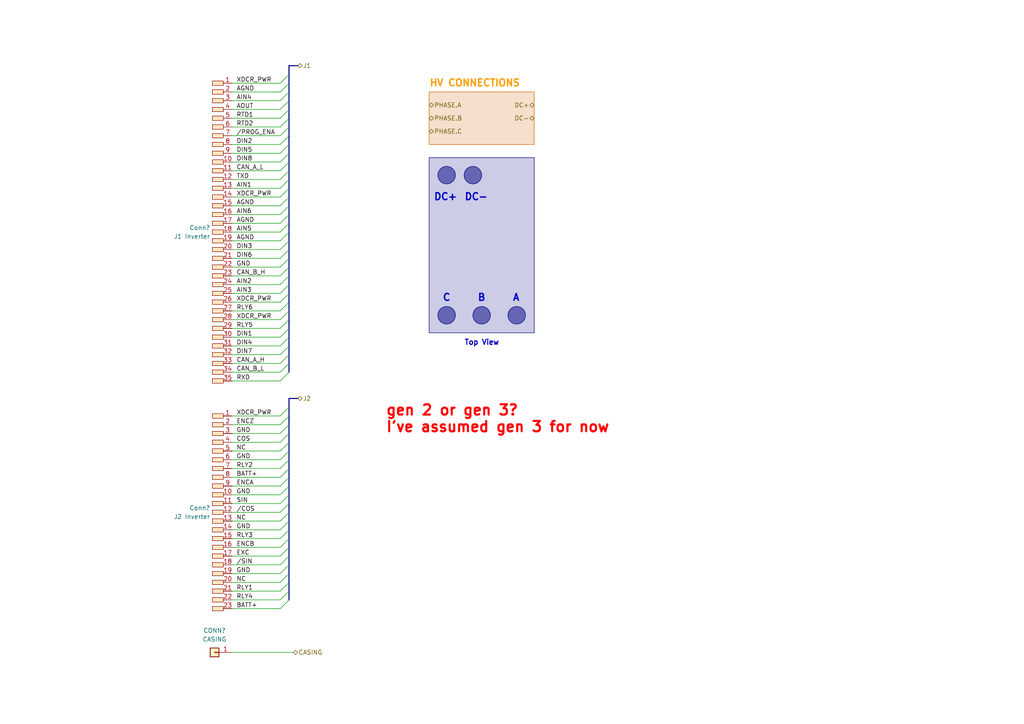
<source format=kicad_sch>
(kicad_sch (version 20230121) (generator eeschema)
  (paper "A4")
  (title_block (title "DEVICE - INVERTER"))
  (lib_symbols
    (symbol "Connector_Generic:Conn_01x01" (pin_names (offset 1.016) hide)
      (property "Reference" "J" (at 0 2.54 0))
      (property "Value" "Conn_01x01" (at 0 -2.54 0))
      (symbol "Conn_01x01_1_1"
        (rectangle (start -1.27 0.127) (end 0 -0.127) (stroke (width 0.1524)))
        (rectangle (start -1.27 1.27) (end 1.27 -1.27) (stroke (width 0.254)) (fill (type background)))
        (pin passive line (at -5.08 0 0) (length 3.81) (name "Pin_1") (number "1"))
      )
    )
    (symbol "Connectors_SUFST:J1 Inverter"
      (property "Reference" "Conn" (at 0 -1.905 0))
      (property "Value" "J1 Inverter" (at 0 0 0))
      (symbol "J1 Inverter_0_1"
        (polyline (pts (xy -0.635 -90.805) (xy 1.905 -90.805)))
        (polyline (pts (xy -0.635 -85.725) (xy 1.905 -85.725)))
        (polyline (pts (xy -0.635 -80.645) (xy 1.905 -80.645)))
        (polyline (pts (xy -0.635 -75.565) (xy 1.905 -75.565)))
        (polyline (pts (xy -0.635 -70.485) (xy 1.905 -70.485)))
        (polyline (pts (xy -0.635 -65.405) (xy 1.905 -65.405)))
        (polyline (pts (xy -0.635 -60.325) (xy 1.905 -60.325)))
        (polyline (pts (xy -0.635 -55.245) (xy 1.905 -55.245)))
        (polyline (pts (xy -0.635 -50.165) (xy 1.905 -50.165)))
        (polyline (pts (xy -0.635 -45.085) (xy 1.905 -45.085)))
        (polyline (pts (xy -0.635 -40.005) (xy 1.905 -40.005)))
        (polyline (pts (xy -0.635 -34.925) (xy 1.905 -34.925)))
        (polyline (pts (xy -0.635 -29.845) (xy 1.905 -29.845)))
        (polyline (pts (xy -0.635 -24.765) (xy 1.905 -24.765)))
        (polyline (pts (xy -0.635 -19.685) (xy 1.905 -19.685)))
        (polyline (pts (xy -0.635 -14.605) (xy 1.905 -14.605)))
        (polyline (pts (xy -0.635 -9.525) (xy 1.905 -9.525)))
        (polyline (pts (xy -0.635 -4.445) (xy 1.905 -4.445)))
      )
      (symbol "J1 Inverter_1_1"
        (rectangle (start -3.81 -90.17) (end -0.635 -91.44) (fill (type color) (color 255 229 191 1)))
        (rectangle (start -3.81 -87.63) (end -0.635 -88.9) (fill (type color) (color 255 229 191 1)))
        (rectangle (start -3.81 -85.09) (end -0.635 -86.36) (fill (type color) (color 255 229 191 1)))
        (rectangle (start -3.81 -82.55) (end -0.635 -83.82) (fill (type color) (color 255 229 191 1)))
        (rectangle (start -3.81 -80.01) (end -0.635 -81.28) (fill (type color) (color 255 229 191 1)))
        (rectangle (start -3.81 -77.47) (end -0.635 -78.74) (fill (type color) (color 255 229 191 1)))
        (rectangle (start -3.81 -74.93) (end -0.635 -76.2) (fill (type color) (color 255 229 191 1)))
        (rectangle (start -3.81 -72.39) (end -0.635 -73.66) (fill (type color) (color 255 229 191 1)))
        (rectangle (start -3.81 -69.85) (end -0.635 -71.12) (fill (type color) (color 255 229 191 1)))
        (rectangle (start -3.81 -67.31) (end -0.635 -68.58) (fill (type color) (color 255 229 191 1)))
        (rectangle (start -3.81 -64.77) (end -0.635 -66.04) (fill (type color) (color 255 229 191 1)))
        (rectangle (start -3.81 -62.23) (end -0.635 -63.5) (fill (type color) (color 255 229 191 1)))
        (rectangle (start -3.81 -59.69) (end -0.635 -60.96) (fill (type color) (color 255 229 191 1)))
        (rectangle (start -3.81 -57.15) (end -0.635 -58.42) (fill (type color) (color 255 229 191 1)))
        (rectangle (start -3.81 -54.61) (end -0.635 -55.88) (fill (type color) (color 255 229 191 1)))
        (rectangle (start -3.81 -52.07) (end -0.635 -53.34) (fill (type color) (color 255 229 191 1)))
        (rectangle (start -3.81 -49.53) (end -0.635 -50.8) (fill (type color) (color 255 229 191 1)))
        (rectangle (start -3.81 -46.99) (end -0.635 -48.26) (fill (type color) (color 255 229 191 1)))
        (rectangle (start -3.81 -44.45) (end -0.635 -45.72) (fill (type color) (color 255 229 191 1)))
        (rectangle (start -3.81 -41.91) (end -0.635 -43.18) (fill (type color) (color 255 229 191 1)))
        (rectangle (start -3.81 -39.37) (end -0.635 -40.64) (fill (type color) (color 255 229 191 1)))
        (rectangle (start -3.81 -36.83) (end -0.635 -38.1) (fill (type color) (color 255 229 191 1)))
        (rectangle (start -3.81 -34.29) (end -0.635 -35.56) (fill (type color) (color 255 229 191 1)))
        (rectangle (start -3.81 -31.75) (end -0.635 -33.02) (fill (type color) (color 255 229 191 1)))
        (rectangle (start -3.81 -29.21) (end -0.635 -30.48) (fill (type color) (color 255 229 191 1)))
        (rectangle (start -3.81 -26.67) (end -0.635 -27.94) (fill (type color) (color 255 229 191 1)))
        (rectangle (start -3.81 -24.13) (end -0.635 -25.4) (fill (type color) (color 255 229 191 1)))
        (rectangle (start -3.81 -21.59) (end -0.635 -22.86) (fill (type color) (color 255 229 191 1)))
        (rectangle (start -3.81 -19.05) (end -0.635 -20.32) (fill (type color) (color 255 229 191 1)))
        (rectangle (start -3.81 -16.51) (end -0.635 -17.78) (fill (type color) (color 255 229 191 1)))
        (rectangle (start -3.81 -13.97) (end -0.635 -15.24) (fill (type color) (color 255 229 191 1)))
        (rectangle (start -3.81 -11.43) (end -0.635 -12.7) (fill (type color) (color 255 229 191 1)))
        (rectangle (start -3.81 -8.89) (end -0.635 -10.16) (fill (type color) (color 255 229 191 1)))
        (rectangle (start -3.81 -6.35) (end -0.635 -7.62) (fill (type color) (color 255 229 191 1)))
        (rectangle (start -3.81 -3.81) (end -0.635 -5.08) (fill (type color) (color 255 229 191 1)))
        (pin input line (at 1.905 -4.445 180) (length 2.54) (name "") (number "1"))
        (pin input line (at 1.905 -27.305 180) (length 2.54) (name "") (number "10"))
        (pin input line (at 1.905 -29.845 180) (length 2.54) (name "") (number "11"))
        (pin input line (at 1.905 -32.385 180) (length 2.54) (name "") (number "12"))
        (pin input line (at 1.905 -34.925 180) (length 2.54) (name "") (number "13"))
        (pin input line (at 1.905 -37.465 180) (length 2.54) (name "") (number "14"))
        (pin input line (at 1.905 -40.005 180) (length 2.54) (name "") (number "15"))
        (pin input line (at 1.905 -42.545 180) (length 2.54) (name "") (number "16"))
        (pin input line (at 1.905 -45.085 180) (length 2.54) (name "") (number "17"))
        (pin input line (at 1.905 -47.625 180) (length 2.54) (name "") (number "18"))
        (pin input line (at 1.905 -50.165 180) (length 2.54) (name "") (number "19"))
        (pin input line (at 1.905 -6.985 180) (length 2.54) (name "") (number "2"))
        (pin input line (at 1.905 -52.705 180) (length 2.54) (name "") (number "20"))
        (pin input line (at 1.905 -55.245 180) (length 2.54) (name "") (number "21"))
        (pin input line (at 1.905 -57.785 180) (length 2.54) (name "") (number "22"))
        (pin input line (at 1.905 -60.325 180) (length 2.54) (name "") (number "23"))
        (pin input line (at 1.905 -62.865 180) (length 2.54) (name "") (number "24"))
        (pin input line (at 1.905 -65.405 180) (length 2.54) (name "") (number "25"))
        (pin input line (at 1.905 -67.945 180) (length 2.54) (name "") (number "26"))
        (pin input line (at 1.905 -70.485 180) (length 2.54) (name "") (number "27"))
        (pin input line (at 1.905 -73.025 180) (length 2.54) (name "") (number "28"))
        (pin input line (at 1.905 -75.565 180) (length 2.54) (name "") (number "29"))
        (pin input line (at 1.905 -9.525 180) (length 2.54) (name "") (number "3"))
        (pin input line (at 1.905 -78.105 180) (length 2.54) (name "") (number "30"))
        (pin input line (at 1.905 -80.645 180) (length 2.54) (name "") (number "31"))
        (pin input line (at 1.905 -83.185 180) (length 2.54) (name "") (number "32"))
        (pin input line (at 1.905 -85.725 180) (length 2.54) (name "") (number "33"))
        (pin input line (at 1.905 -88.265 180) (length 2.54) (name "") (number "34"))
        (pin input line (at 1.905 -90.805 180) (length 2.54) (name "") (number "35"))
        (pin input line (at 1.905 -12.065 180) (length 2.54) (name "") (number "4"))
        (pin input line (at 1.905 -14.605 180) (length 2.54) (name "") (number "5"))
        (pin input line (at 1.905 -17.145 180) (length 2.54) (name "") (number "6"))
        (pin input line (at 1.905 -19.685 180) (length 2.54) (name "") (number "7"))
        (pin input line (at 1.905 -22.225 180) (length 2.54) (name "") (number "8"))
        (pin input line (at 1.905 -24.765 180) (length 2.54) (name "") (number "9"))
      )
    )
    (symbol "Connectors_SUFST:J2 Inverter"
      (property "Reference" "Conn" (at 0 -1.905 0))
      (property "Value" "J2 Inverter" (at 0 0 0))
      (symbol "J2 Inverter_0_1"
        (polyline (pts (xy -0.635 -60.325) (xy 1.905 -60.325)))
        (polyline (pts (xy -0.635 -55.245) (xy 1.905 -55.245)))
        (polyline (pts (xy -0.635 -50.165) (xy 1.905 -50.165)))
        (polyline (pts (xy -0.635 -45.085) (xy 1.905 -45.085)))
        (polyline (pts (xy -0.635 -40.005) (xy 1.905 -40.005)))
        (polyline (pts (xy -0.635 -34.925) (xy 1.905 -34.925)))
        (polyline (pts (xy -0.635 -29.845) (xy 1.905 -29.845)))
        (polyline (pts (xy -0.635 -24.765) (xy 1.905 -24.765)))
        (polyline (pts (xy -0.635 -19.685) (xy 1.905 -19.685)))
        (polyline (pts (xy -0.635 -14.605) (xy 1.905 -14.605)))
        (polyline (pts (xy -0.635 -9.525) (xy 1.905 -9.525)))
        (polyline (pts (xy -0.635 -4.445) (xy 1.905 -4.445)))
      )
      (symbol "J2 Inverter_1_1"
        (rectangle (start -3.81 -59.69) (end -0.635 -60.96) (fill (type color) (color 255 229 191 1)))
        (rectangle (start -3.81 -57.15) (end -0.635 -58.42) (fill (type color) (color 255 229 191 1)))
        (rectangle (start -3.81 -54.61) (end -0.635 -55.88) (fill (type color) (color 255 229 191 1)))
        (rectangle (start -3.81 -52.07) (end -0.635 -53.34) (fill (type color) (color 255 229 191 1)))
        (rectangle (start -3.81 -49.53) (end -0.635 -50.8) (fill (type color) (color 255 229 191 1)))
        (rectangle (start -3.81 -46.99) (end -0.635 -48.26) (fill (type color) (color 255 229 191 1)))
        (rectangle (start -3.81 -44.45) (end -0.635 -45.72) (fill (type color) (color 255 229 191 1)))
        (rectangle (start -3.81 -41.91) (end -0.635 -43.18) (fill (type color) (color 255 229 191 1)))
        (rectangle (start -3.81 -39.37) (end -0.635 -40.64) (fill (type color) (color 255 229 191 1)))
        (rectangle (start -3.81 -36.83) (end -0.635 -38.1) (fill (type color) (color 255 229 191 1)))
        (rectangle (start -3.81 -34.29) (end -0.635 -35.56) (fill (type color) (color 255 229 191 1)))
        (rectangle (start -3.81 -31.75) (end -0.635 -33.02) (fill (type color) (color 255 229 191 1)))
        (rectangle (start -3.81 -29.21) (end -0.635 -30.48) (fill (type color) (color 255 229 191 1)))
        (rectangle (start -3.81 -26.67) (end -0.635 -27.94) (fill (type color) (color 255 229 191 1)))
        (rectangle (start -3.81 -24.13) (end -0.635 -25.4) (fill (type color) (color 255 229 191 1)))
        (rectangle (start -3.81 -21.59) (end -0.635 -22.86) (fill (type color) (color 255 229 191 1)))
        (rectangle (start -3.81 -19.05) (end -0.635 -20.32) (fill (type color) (color 255 229 191 1)))
        (rectangle (start -3.81 -16.51) (end -0.635 -17.78) (fill (type color) (color 255 229 191 1)))
        (rectangle (start -3.81 -13.97) (end -0.635 -15.24) (fill (type color) (color 255 229 191 1)))
        (rectangle (start -3.81 -11.43) (end -0.635 -12.7) (fill (type color) (color 255 229 191 1)))
        (rectangle (start -3.81 -8.89) (end -0.635 -10.16) (fill (type color) (color 255 229 191 1)))
        (rectangle (start -3.81 -6.35) (end -0.635 -7.62) (fill (type color) (color 255 229 191 1)))
        (rectangle (start -3.81 -3.81) (end -0.635 -5.08) (fill (type color) (color 255 229 191 1)))
        (pin input line (at 1.905 -4.445 180) (length 2.54) (name "") (number "1"))
        (pin input line (at 1.905 -27.305 180) (length 2.54) (name "") (number "10"))
        (pin input line (at 1.905 -29.845 180) (length 2.54) (name "") (number "11"))
        (pin input line (at 1.905 -32.385 180) (length 2.54) (name "") (number "12"))
        (pin input line (at 1.905 -34.925 180) (length 2.54) (name "") (number "13"))
        (pin input line (at 1.905 -37.465 180) (length 2.54) (name "") (number "14"))
        (pin input line (at 1.905 -40.005 180) (length 2.54) (name "") (number "15"))
        (pin input line (at 1.905 -42.545 180) (length 2.54) (name "") (number "16"))
        (pin input line (at 1.905 -45.085 180) (length 2.54) (name "") (number "17"))
        (pin input line (at 1.905 -47.625 180) (length 2.54) (name "") (number "18"))
        (pin input line (at 1.905 -50.165 180) (length 2.54) (name "") (number "19"))
        (pin input line (at 1.905 -6.985 180) (length 2.54) (name "") (number "2"))
        (pin input line (at 1.905 -52.705 180) (length 2.54) (name "") (number "20"))
        (pin input line (at 1.905 -55.245 180) (length 2.54) (name "") (number "21"))
        (pin input line (at 1.905 -57.785 180) (length 2.54) (name "") (number "22"))
        (pin input line (at 1.905 -60.325 180) (length 2.54) (name "") (number "23"))
        (pin input line (at 1.905 -9.525 180) (length 2.54) (name "") (number "3"))
        (pin input line (at 1.905 -12.065 180) (length 2.54) (name "") (number "4"))
        (pin input line (at 1.905 -14.605 180) (length 2.54) (name "") (number "5"))
        (pin input line (at 1.905 -17.145 180) (length 2.54) (name "") (number "6"))
        (pin input line (at 1.905 -19.685 180) (length 2.54) (name "") (number "7"))
        (pin input line (at 1.905 -22.225 180) (length 2.54) (name "") (number "8"))
        (pin input line (at 1.905 -24.765 180) (length 2.54) (name "") (number "9"))
      )
    )
  )
  (bus_entry (at 81.28 156.21) (size 2.54 -2.54))
  (bus_entry (at 81.28 105.41) (size 2.54 -2.54))
  (bus_entry (at 81.28 102.87) (size 2.54 -2.54))
  (bus_entry (at 81.28 158.75) (size 2.54 -2.54))
  (bus_entry (at 81.28 74.93) (size 2.54 -2.54))
  (bus_entry (at 81.28 39.37) (size 2.54 -2.54))
  (bus_entry (at 81.28 72.39) (size 2.54 -2.54))
  (bus_entry (at 81.28 130.81) (size 2.54 -2.54))
  (bus_entry (at 81.28 95.25) (size 2.54 -2.54))
  (bus_entry (at 81.28 52.07) (size 2.54 -2.54))
  (bus_entry (at 81.28 69.85) (size 2.54 -2.54))
  (bus_entry (at 81.28 123.19) (size 2.54 -2.54))
  (bus_entry (at 81.28 138.43) (size 2.54 -2.54))
  (bus_entry (at 81.28 166.37) (size 2.54 -2.54))
  (bus_entry (at 81.28 168.91) (size 2.54 -2.54))
  (bus_entry (at 81.28 92.71) (size 2.54 -2.54))
  (bus_entry (at 81.28 153.67) (size 2.54 -2.54))
  (bus_entry (at 81.28 64.77) (size 2.54 -2.54))
  (bus_entry (at 81.28 31.75) (size 2.54 -2.54))
  (bus_entry (at 81.28 173.99) (size 2.54 -2.54))
  (bus_entry (at 81.28 26.67) (size 2.54 -2.54))
  (bus_entry (at 81.28 67.31) (size 2.54 -2.54))
  (bus_entry (at 81.28 171.45) (size 2.54 -2.54))
  (bus_entry (at 81.28 143.51) (size 2.54 -2.54))
  (bus_entry (at 81.28 85.09) (size 2.54 -2.54))
  (bus_entry (at 81.28 34.29) (size 2.54 -2.54))
  (bus_entry (at 81.28 146.05) (size 2.54 -2.54))
  (bus_entry (at 81.28 90.17) (size 2.54 -2.54))
  (bus_entry (at 81.28 80.01) (size 2.54 -2.54))
  (bus_entry (at 81.28 62.23) (size 2.54 -2.54))
  (bus_entry (at 81.28 49.53) (size 2.54 -2.54))
  (bus_entry (at 81.28 135.89) (size 2.54 -2.54))
  (bus_entry (at 81.28 120.65) (size 2.54 -2.54))
  (bus_entry (at 81.28 87.63) (size 2.54 -2.54))
  (bus_entry (at 81.28 59.69) (size 2.54 -2.54))
  (bus_entry (at 81.28 29.21) (size 2.54 -2.54))
  (bus_entry (at 81.28 24.13) (size 2.54 -2.54))
  (bus_entry (at 81.28 77.47) (size 2.54 -2.54))
  (bus_entry (at 81.28 133.35) (size 2.54 -2.54))
  (bus_entry (at 81.28 176.53) (size 2.54 -2.54))
  (bus_entry (at 81.28 125.73) (size 2.54 -2.54))
  (bus_entry (at 81.28 82.55) (size 2.54 -2.54))
  (bus_entry (at 81.28 100.33) (size 2.54 -2.54))
  (bus_entry (at 81.28 44.45) (size 2.54 -2.54))
  (bus_entry (at 81.28 163.83) (size 2.54 -2.54))
  (bus_entry (at 81.28 54.61) (size 2.54 -2.54))
  (bus_entry (at 81.28 151.13) (size 2.54 -2.54))
  (bus_entry (at 81.28 161.29) (size 2.54 -2.54))
  (bus_entry (at 81.28 97.79) (size 2.54 -2.54))
  (bus_entry (at 81.28 36.83) (size 2.54 -2.54))
  (bus_entry (at 81.28 107.95) (size 2.54 -2.54))
  (bus_entry (at 81.28 41.91) (size 2.54 -2.54))
  (bus_entry (at 81.28 128.27) (size 2.54 -2.54))
  (bus_entry (at 81.28 57.15) (size 2.54 -2.54))
  (bus_entry (at 81.28 140.97) (size 2.54 -2.54))
  (bus_entry (at 81.28 148.59) (size 2.54 -2.54))
  (bus_entry (at 81.28 110.49) (size 2.54 -2.54))
  (bus_entry (at 81.28 46.99) (size 2.54 -2.54))
  (wire (pts (xy 67.31 171.45) (xy 81.28 171.45)))
  (bus (pts (xy 83.82 118.11) (xy 83.82 115.57)))
  (wire (pts (xy 67.31 54.61) (xy 81.28 54.61)))
  (wire (pts (xy 67.31 146.05) (xy 81.28 146.05)))
  (wire (pts (xy 67.31 140.97) (xy 81.28 140.97)))
  (wire (pts (xy 67.31 77.47) (xy 81.28 77.47)))
  (bus (pts (xy 83.82 49.53) (xy 83.82 46.99)))
  (wire (pts (xy 67.31 135.89) (xy 81.28 135.89)))
  (wire (pts (xy 67.31 39.37) (xy 81.28 39.37)))
  (bus (pts (xy 83.82 120.65) (xy 83.82 118.11)))
  (bus (pts (xy 83.82 69.85) (xy 83.82 67.31)))
  (bus (pts (xy 83.82 57.15) (xy 83.82 54.61)))
  (bus (pts (xy 83.82 82.55) (xy 83.82 80.01)))
  (wire (pts (xy 67.31 74.93) (xy 81.28 74.93)))
  (wire (pts (xy 67.31 41.91) (xy 81.28 41.91)))
  (bus (pts (xy 83.82 163.83) (xy 83.82 161.29)))
  (bus (pts (xy 83.82 64.77) (xy 83.82 62.23)))
  (bus (pts (xy 83.82 36.83) (xy 83.82 34.29)))
  (wire (pts (xy 67.31 52.07) (xy 81.28 52.07)))
  (bus (pts (xy 83.82 74.93) (xy 83.82 72.39)))
  (bus (pts (xy 83.82 140.97) (xy 83.82 138.43)))
  (wire (pts (xy 67.31 102.87) (xy 81.28 102.87)))
  (wire (pts (xy 67.31 59.69) (xy 81.28 59.69)))
  (wire (pts (xy 67.31 80.01) (xy 81.28 80.01)))
  (wire (pts (xy 67.31 107.95) (xy 81.28 107.95)))
  (bus (pts (xy 83.82 95.25) (xy 83.82 92.71)))
  (bus (pts (xy 83.82 128.27) (xy 83.82 125.73)))
  (bus (pts (xy 83.82 146.05) (xy 83.82 143.51)))
  (bus (pts (xy 83.82 26.67) (xy 83.82 24.13)))
  (wire (pts (xy 67.31 125.73) (xy 81.28 125.73)))
  (wire (pts (xy 67.31 105.41) (xy 81.28 105.41)))
  (bus (pts (xy 83.82 62.23) (xy 83.82 59.69)))
  (bus (pts (xy 83.82 67.31) (xy 83.82 64.77)))
  (bus (pts (xy 83.82 156.21) (xy 83.82 153.67)))
  (wire (pts (xy 67.31 133.35) (xy 81.28 133.35)))
  (bus (pts (xy 83.82 52.07) (xy 83.82 49.53)))
  (wire (pts (xy 67.31 168.91) (xy 81.28 168.91)))
  (wire (pts (xy 67.31 158.75) (xy 81.28 158.75)))
  (wire (pts (xy 67.31 189.23) (xy 85.09 189.23)))
  (bus (pts (xy 83.82 158.75) (xy 83.82 156.21)))
  (bus (pts (xy 83.82 143.51) (xy 83.82 140.97)))
  (wire (pts (xy 67.31 90.17) (xy 81.28 90.17)))
  (wire (pts (xy 67.31 153.67) (xy 81.28 153.67)))
  (wire (pts (xy 67.31 166.37) (xy 81.28 166.37)))
  (bus (pts (xy 83.82 44.45) (xy 83.82 41.91)))
  (bus (pts (xy 83.82 123.19) (xy 83.82 120.65)))
  (bus (pts (xy 83.82 72.39) (xy 83.82 69.85)))
  (bus (pts (xy 83.82 54.61) (xy 83.82 52.07)))
  (bus (pts (xy 83.82 77.47) (xy 83.82 74.93)))
  (wire (pts (xy 67.31 62.23) (xy 81.28 62.23)))
  (bus (pts (xy 83.82 92.71) (xy 83.82 90.17)))
  (wire (pts (xy 67.31 69.85) (xy 81.28 69.85)))
  (wire (pts (xy 67.31 143.51) (xy 81.28 143.51)))
  (bus (pts (xy 83.82 46.99) (xy 83.82 44.45)))
  (wire (pts (xy 67.31 49.53) (xy 81.28 49.53)))
  (wire (pts (xy 67.31 148.59) (xy 81.28 148.59)))
  (wire (pts (xy 67.31 64.77) (xy 81.28 64.77)))
  (bus (pts (xy 83.82 133.35) (xy 83.82 130.81)))
  (bus (pts (xy 83.82 90.17) (xy 83.82 87.63)))
  (wire (pts (xy 67.31 100.33) (xy 81.28 100.33)))
  (wire (pts (xy 67.31 97.79) (xy 81.28 97.79)))
  (wire (pts (xy 67.31 29.21) (xy 81.28 29.21)))
  (wire (pts (xy 67.31 120.65) (xy 81.28 120.65)))
  (wire (pts (xy 67.31 176.53) (xy 81.28 176.53)))
  (wire (pts (xy 67.31 31.75) (xy 81.28 31.75)))
  (bus (pts (xy 83.82 102.87) (xy 83.82 100.33)))
  (wire (pts (xy 67.31 173.99) (xy 81.28 173.99)))
  (bus (pts (xy 83.82 105.41) (xy 83.82 102.87)))
  (wire (pts (xy 67.31 24.13) (xy 81.28 24.13)))
  (bus (pts (xy 83.82 41.91) (xy 83.82 39.37)))
  (wire (pts (xy 67.31 151.13) (xy 81.28 151.13)))
  (bus (pts (xy 83.82 31.75) (xy 83.82 29.21)))
  (bus (pts (xy 83.82 85.09) (xy 83.82 82.55)))
  (bus (pts (xy 83.82 166.37) (xy 83.82 163.83)))
  (wire (pts (xy 67.31 26.67) (xy 81.28 26.67)))
  (wire (pts (xy 67.31 36.83) (xy 81.28 36.83)))
  (wire (pts (xy 67.31 138.43) (xy 81.28 138.43)))
  (bus (pts (xy 83.82 24.13) (xy 83.82 21.59)))
  (wire (pts (xy 67.31 156.21) (xy 81.28 156.21)))
  (wire (pts (xy 67.31 95.25) (xy 81.28 95.25)))
  (bus (pts (xy 83.82 148.59) (xy 83.82 146.05)))
  (bus (pts (xy 83.82 29.21) (xy 83.82 26.67)))
  (bus (pts (xy 83.82 138.43) (xy 83.82 135.89)))
  (wire (pts (xy 67.31 123.19) (xy 81.28 123.19)))
  (wire (pts (xy 67.31 110.49) (xy 81.28 110.49)))
  (bus (pts (xy 83.82 161.29) (xy 83.82 158.75)))
  (bus (pts (xy 83.82 125.73) (xy 83.82 123.19)))
  (wire (pts (xy 67.31 57.15) (xy 81.28 57.15)))
  (wire (pts (xy 67.31 161.29) (xy 81.28 161.29)))
  (bus (pts (xy 83.82 153.67) (xy 83.82 151.13)))
  (bus (pts (xy 83.82 39.37) (xy 83.82 36.83)))
  (wire (pts (xy 67.31 34.29) (xy 81.28 34.29)))
  (bus (pts (xy 83.82 100.33) (xy 83.82 97.79)))
  (bus (pts (xy 83.82 107.95) (xy 83.82 105.41)))
  (wire (pts (xy 67.31 130.81) (xy 81.28 130.81)))
  (bus (pts (xy 83.82 115.57) (xy 86.36 115.57)))
  (bus (pts (xy 83.82 151.13) (xy 83.82 148.59)))
  (bus (pts (xy 83.82 80.01) (xy 83.82 77.47)))
  (wire (pts (xy 67.31 44.45) (xy 81.28 44.45)))
  (wire (pts (xy 67.31 67.31) (xy 81.28 67.31)))
  (wire (pts (xy 67.31 87.63) (xy 81.28 87.63)))
  (wire (pts (xy 67.31 128.27) (xy 81.28 128.27)))
  (bus (pts (xy 83.82 21.59) (xy 83.82 19.05)))
  (bus (pts (xy 83.82 173.99) (xy 83.82 171.45)))
  (wire (pts (xy 67.31 72.39) (xy 81.28 72.39)))
  (bus (pts (xy 83.82 130.81) (xy 83.82 128.27)))
  (bus (pts (xy 83.82 135.89) (xy 83.82 133.35)))
  (bus (pts (xy 83.82 171.45) (xy 83.82 168.91)))
  (wire (pts (xy 67.31 46.99) (xy 81.28 46.99)))
  (bus (pts (xy 83.82 97.79) (xy 83.82 95.25)))
  (wire (pts (xy 67.31 92.71) (xy 81.28 92.71)))
  (wire (pts (xy 67.31 85.09) (xy 81.28 85.09)))
  (bus (pts (xy 83.82 59.69) (xy 83.82 57.15)))
  (wire (pts (xy 67.31 163.83) (xy 81.28 163.83)))
  (bus (pts (xy 83.82 168.91) (xy 83.82 166.37)))
  (wire (pts (xy 67.31 82.55) (xy 81.28 82.55)))
  (bus (pts (xy 83.82 19.05) (xy 86.36 19.05)))
  (bus (pts (xy 83.82 34.29) (xy 83.82 31.75)))
  (bus (pts (xy 83.82 87.63) (xy 83.82 85.09)))
  (circle (center 149.86 91.44) (radius 2.54) (stroke (width 0) (color 0 0 132 1)) (fill (type color) (color 0 0 132 0.5)))
  (rectangle (start 124.46 26.67) (end 154.94 41.91) (stroke (width 0) (color 204 102 0 1)) (fill (type color) (color 204 102 0 0.2)))
  (circle (center 139.7 91.44) (radius 2.54) (stroke (width 0) (color 0 0 132 1)) (fill (type color) (color 0 0 132 0.5)))
  (rectangle (start 124.46 45.72) (end 154.94 96.52) (stroke (width 0) (color 0 0 132 1)) (fill (type color) (color 0 0 132 0.2)))
  (circle (center 129.54 50.8) (radius 2.54) (stroke (width 0) (color 0 0 132 1)) (fill (type color) (color 0 0 132 0.5)))
  (circle (center 137.16 50.8) (radius 2.54) (stroke (width 0) (color 0 0 132 1)) (fill (type color) (color 0 0 132 0.5)))
  (circle (center 129.54 91.44) (radius 2.54) (stroke (width 0) (color 0 0 132 1)) (fill (type color) (color 0 0 132 0.5)))
  (text "DC+" (at 125.73 58.42 0) (effects (font (size 2 2) (thickness 0.4) bold) (justify left bottom)))
  (text "gen 2 or gen 3?\nI've assumed gen 3 for now" (at 111.76 125.73 0) (effects (font (size 3 3) (thickness 0.6) bold) (justify left bottom)))
  (text "B" (at 138.43 87.63 0) (effects (font (size 2 2) (thickness 0.4) bold) (justify left bottom)))
  (text "DC-" (at 134.62 58.42 0) (effects (font (size 2 2) (thickness 0.4) bold) (justify left bottom)))
  (text "Top View" (at 134.62 100.33 0) (effects (font (size 1.5 1.5) (thickness 0.3) bold) (justify left bottom)))
  (text "C" (at 128.27 87.63 0) (effects (font (size 2 2) (thickness 0.4) bold) (justify left bottom)))
  (text "A" (at 148.59 87.63 0) (effects (font (size 2 2) (thickness 0.4) bold) (justify left bottom)))
  (text "HV CONNECTIONS" (at 124.46 25.4 0) (effects (font (size 2 2) (thickness 0.4) bold) (justify left bottom)))
  (label "BATT+" (at 68.58 138.43 0))
  (label "AIN4" (at 68.58 29.21 0))
  (label "AIN6" (at 68.58 62.23 0))
  (label "CAN_B_H" (at 68.58 80.01 0))
  (label "{slash}PROG_ENA" (at 68.58 39.37 0))
  (label "ENCA" (at 68.58 140.97 0))
  (label "RTD2" (at 68.58 36.83 0))
  (label "RTD1" (at 68.58 34.29 0))
  (label "AGND" (at 68.58 59.69 0))
  (label "DIN7" (at 68.58 102.87 0))
  (label "DIN1" (at 68.58 97.79 0))
  (label "AIN5" (at 68.58 67.31 0))
  (label "CAN_A_L" (at 68.58 49.53 0))
  (label "AIN1" (at 68.58 54.61 0))
  (label "DIN8" (at 68.58 46.99 0))
  (label "EXC" (at 68.58 161.29 0))
  (label "ENCB" (at 68.58 158.75 0))
  (label "AGND" (at 68.58 69.85 0))
  (label "RLY5" (at 68.58 95.25 0))
  (label "DIN4" (at 68.58 100.33 0))
  (label "DIN6" (at 68.58 74.93 0))
  (label "GND" (at 68.58 133.35 0))
  (label "DIN5" (at 68.58 44.45 0))
  (label "{slash}SIN" (at 68.58 163.83 0))
  (label "SIN" (at 68.58 146.05 0))
  (label "GND" (at 68.58 153.67 0))
  (label "RLY4" (at 68.58 173.99 0))
  (label "AGND" (at 68.58 26.67 0))
  (label "AGND" (at 68.58 64.77 0))
  (label "{slash}COS" (at 68.58 148.59 0))
  (label "DIN3" (at 68.58 72.39 0))
  (label "AIN3" (at 68.58 85.09 0))
  (label "CAN_A_H" (at 68.58 105.41 0))
  (label "NC" (at 68.58 168.91 0))
  (label "AOUT" (at 68.58 31.75 0))
  (label "XDCR_PWR" (at 68.58 24.13 0))
  (label "XDCR_PWR" (at 68.58 92.71 0))
  (label "CAN_B_L" (at 68.58 107.95 0))
  (label "BATT+" (at 68.58 176.53 0))
  (label "NC" (at 68.58 130.81 0))
  (label "GND" (at 68.58 166.37 0))
  (label "XDCR_PWR" (at 68.58 57.15 0))
  (label "NC" (at 68.58 151.13 0))
  (label "RLY3" (at 68.58 156.21 0))
  (label "RLY1" (at 68.58 171.45 0))
  (label "COS" (at 68.58 128.27 0))
  (label "GND" (at 68.58 125.73 0))
  (label "GND" (at 68.58 77.47 0))
  (label "RLY2" (at 68.58 135.89 0))
  (label "XDCR_PWR" (at 68.58 120.65 0))
  (label "GND" (at 68.58 143.51 0))
  (label "AIN2" (at 68.58 82.55 0))
  (label "RLY6" (at 68.58 90.17 0))
  (label "XDCR_PWR" (at 68.58 87.63 0))
  (label "DIN2" (at 68.58 41.91 0))
  (label "RXD" (at 68.58 110.49 0))
  (label "TXD" (at 68.58 52.07 0))
  (label "ENCZ" (at 68.58 123.19 0))
  (hierarchical_label "J1" (shape bidirectional) (at 86.36 19.05 0))
  (hierarchical_label "CASING" (shape bidirectional) (at 85.09 189.23 0))
  (hierarchical_label "PHASE.A" (shape bidirectional) (at 124.46 30.48 0))
  (hierarchical_label "DC+" (shape bidirectional) (at 154.94 30.48 180))
  (hierarchical_label "PHASE.B" (shape bidirectional) (at 124.46 34.29 0))
  (hierarchical_label "PHASE.C" (shape bidirectional) (at 124.46 38.1 0))
  (hierarchical_label "DC-" (shape bidirectional) (at 154.94 34.29 180))
  (hierarchical_label "J2" (shape bidirectional) (at 86.36 115.57 0))
  (symbol (lib_id "Connector_Generic:Conn_01x01") (at 62.23 189.23 0) (mirror y) (unit 1)
    (property "Reference" "CONN?" (at 62.23 182.88 0))
    (property "Value" "CASING" (at 62.23 185.42 0))
  )
  (symbol (lib_id "Connectors_SUFST:J2 Inverter") (at 65.405 116.205 0) (unit 1)
    (property "Reference" "Conn?" (at 60.96 147.32 0) (effects (justify right)))
    (property "Value" "J2 Inverter" (at 60.96 149.86 0) (effects (justify right)))
  )
  (symbol (lib_id "Connectors_SUFST:J1 Inverter") (at 65.405 19.685 0) (unit 1)
    (property "Reference" "Conn?" (at 60.96 66.04 0) (effects (justify right)))
    (property "Value" "J1 Inverter" (at 60.96 68.58 0) (effects (justify right)))
  )
)
</source>
